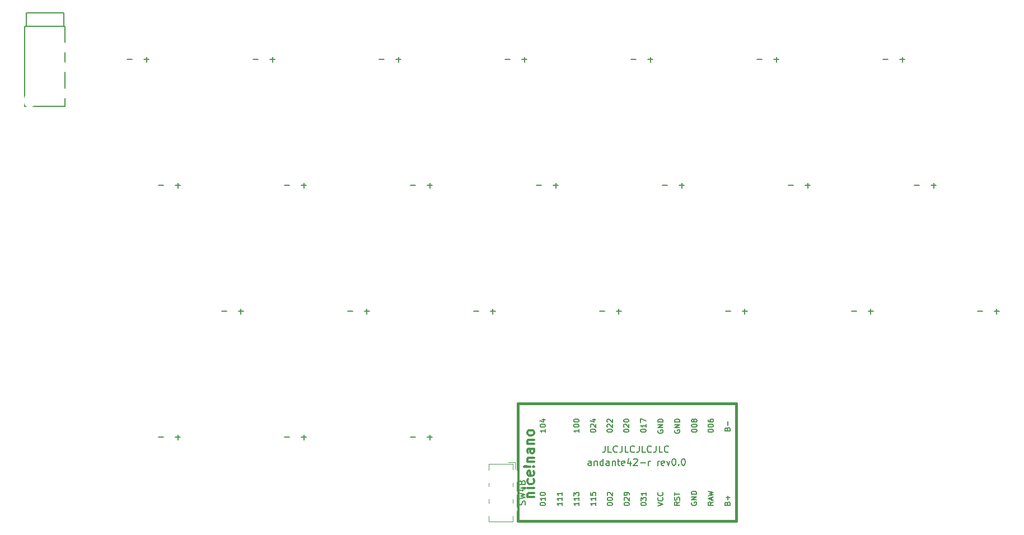
<source format=gto>
G04 #@! TF.GenerationSoftware,KiCad,Pcbnew,(5.1.4)-1*
G04 #@! TF.CreationDate,2021-01-05T09:43:52-08:00*
G04 #@! TF.ProjectId,andante-classic,616e6461-6e74-4652-9d63-6c6173736963,rev?*
G04 #@! TF.SameCoordinates,Original*
G04 #@! TF.FileFunction,Legend,Top*
G04 #@! TF.FilePolarity,Positive*
%FSLAX46Y46*%
G04 Gerber Fmt 4.6, Leading zero omitted, Abs format (unit mm)*
G04 Created by KiCad (PCBNEW (5.1.4)-1) date 2021-01-05 09:43:52*
%MOMM*%
%LPD*%
G04 APERTURE LIST*
%ADD10C,0.150000*%
%ADD11C,0.381000*%
%ADD12C,0.120000*%
%ADD13C,0.300000*%
%ADD14R,2.007000X2.007000*%
%ADD15C,2.007000*%
%ADD16C,0.902000*%
%ADD17C,1.802000*%
%ADD18C,2.102000*%
%ADD19C,1.852000*%
%ADD20C,2.352000*%
%ADD21C,4.089800*%
%ADD22C,2.352000*%
%ADD23O,1.852000X1.302000*%
%ADD24C,0.100000*%
%ADD25C,1.302000*%
%ADD26C,1.854600*%
%ADD27O,1.702000X2.102000*%
%ADD28C,1.702000*%
%ADD29R,1.702000X1.702000*%
G04 APERTURE END LIST*
D10*
X238770067Y-86558380D02*
X238770067Y-86034571D01*
X238722448Y-85939333D01*
X238627210Y-85891714D01*
X238436734Y-85891714D01*
X238341496Y-85939333D01*
X238770067Y-86510761D02*
X238674829Y-86558380D01*
X238436734Y-86558380D01*
X238341496Y-86510761D01*
X238293877Y-86415523D01*
X238293877Y-86320285D01*
X238341496Y-86225047D01*
X238436734Y-86177428D01*
X238674829Y-86177428D01*
X238770067Y-86129809D01*
X239246258Y-85891714D02*
X239246258Y-86558380D01*
X239246258Y-85986952D02*
X239293877Y-85939333D01*
X239389115Y-85891714D01*
X239531972Y-85891714D01*
X239627210Y-85939333D01*
X239674829Y-86034571D01*
X239674829Y-86558380D01*
X240579591Y-86558380D02*
X240579591Y-85558380D01*
X240579591Y-86510761D02*
X240484353Y-86558380D01*
X240293877Y-86558380D01*
X240198639Y-86510761D01*
X240151020Y-86463142D01*
X240103400Y-86367904D01*
X240103400Y-86082190D01*
X240151020Y-85986952D01*
X240198639Y-85939333D01*
X240293877Y-85891714D01*
X240484353Y-85891714D01*
X240579591Y-85939333D01*
X241484353Y-86558380D02*
X241484353Y-86034571D01*
X241436734Y-85939333D01*
X241341496Y-85891714D01*
X241151020Y-85891714D01*
X241055781Y-85939333D01*
X241484353Y-86510761D02*
X241389115Y-86558380D01*
X241151020Y-86558380D01*
X241055781Y-86510761D01*
X241008162Y-86415523D01*
X241008162Y-86320285D01*
X241055781Y-86225047D01*
X241151020Y-86177428D01*
X241389115Y-86177428D01*
X241484353Y-86129809D01*
X241960543Y-85891714D02*
X241960543Y-86558380D01*
X241960543Y-85986952D02*
X242008162Y-85939333D01*
X242103400Y-85891714D01*
X242246258Y-85891714D01*
X242341496Y-85939333D01*
X242389115Y-86034571D01*
X242389115Y-86558380D01*
X242722448Y-85891714D02*
X243103400Y-85891714D01*
X242865305Y-85558380D02*
X242865305Y-86415523D01*
X242912924Y-86510761D01*
X243008162Y-86558380D01*
X243103400Y-86558380D01*
X243817686Y-86510761D02*
X243722448Y-86558380D01*
X243531972Y-86558380D01*
X243436734Y-86510761D01*
X243389115Y-86415523D01*
X243389115Y-86034571D01*
X243436734Y-85939333D01*
X243531972Y-85891714D01*
X243722448Y-85891714D01*
X243817686Y-85939333D01*
X243865305Y-86034571D01*
X243865305Y-86129809D01*
X243389115Y-86225047D01*
X244722448Y-85891714D02*
X244722448Y-86558380D01*
X244484353Y-85510761D02*
X244246258Y-86225047D01*
X244865305Y-86225047D01*
X245198639Y-85653619D02*
X245246258Y-85606000D01*
X245341496Y-85558380D01*
X245579591Y-85558380D01*
X245674829Y-85606000D01*
X245722448Y-85653619D01*
X245770067Y-85748857D01*
X245770067Y-85844095D01*
X245722448Y-85986952D01*
X245151020Y-86558380D01*
X245770067Y-86558380D01*
X246198639Y-86177428D02*
X246960543Y-86177428D01*
X247436734Y-86558380D02*
X247436734Y-85891714D01*
X247436734Y-86082190D02*
X247484353Y-85986952D01*
X247531972Y-85939333D01*
X247627210Y-85891714D01*
X247722448Y-85891714D01*
X248817686Y-86558380D02*
X248817686Y-85891714D01*
X248817686Y-86082190D02*
X248865305Y-85986952D01*
X248912924Y-85939333D01*
X249008162Y-85891714D01*
X249103400Y-85891714D01*
X249817686Y-86510761D02*
X249722448Y-86558380D01*
X249531972Y-86558380D01*
X249436734Y-86510761D01*
X249389115Y-86415523D01*
X249389115Y-86034571D01*
X249436734Y-85939333D01*
X249531972Y-85891714D01*
X249722448Y-85891714D01*
X249817686Y-85939333D01*
X249865305Y-86034571D01*
X249865305Y-86129809D01*
X249389115Y-86225047D01*
X250198639Y-85891714D02*
X250436734Y-86558380D01*
X250674829Y-85891714D01*
X251246258Y-85558380D02*
X251341496Y-85558380D01*
X251436734Y-85606000D01*
X251484353Y-85653619D01*
X251531972Y-85748857D01*
X251579591Y-85939333D01*
X251579591Y-86177428D01*
X251531972Y-86367904D01*
X251484353Y-86463142D01*
X251436734Y-86510761D01*
X251341496Y-86558380D01*
X251246258Y-86558380D01*
X251151020Y-86510761D01*
X251103400Y-86463142D01*
X251055781Y-86367904D01*
X251008162Y-86177428D01*
X251008162Y-85939333D01*
X251055781Y-85748857D01*
X251103400Y-85653619D01*
X251151020Y-85606000D01*
X251246258Y-85558380D01*
X252008162Y-86463142D02*
X252055781Y-86510761D01*
X252008162Y-86558380D01*
X251960543Y-86510761D01*
X252008162Y-86463142D01*
X252008162Y-86558380D01*
X252674829Y-85558380D02*
X252770067Y-85558380D01*
X252865305Y-85606000D01*
X252912924Y-85653619D01*
X252960543Y-85748857D01*
X253008162Y-85939333D01*
X253008162Y-86177428D01*
X252960543Y-86367904D01*
X252912924Y-86463142D01*
X252865305Y-86510761D01*
X252770067Y-86558380D01*
X252674829Y-86558380D01*
X252579591Y-86510761D01*
X252531972Y-86463142D01*
X252484353Y-86367904D01*
X252436734Y-86177428D01*
X252436734Y-85939333D01*
X252484353Y-85748857D01*
X252531972Y-85653619D01*
X252579591Y-85606000D01*
X252674829Y-85558380D01*
X240884652Y-83600040D02*
X240884652Y-84314326D01*
X240837033Y-84457183D01*
X240741795Y-84552421D01*
X240598938Y-84600040D01*
X240503700Y-84600040D01*
X241837033Y-84600040D02*
X241360842Y-84600040D01*
X241360842Y-83600040D01*
X242741795Y-84504802D02*
X242694176Y-84552421D01*
X242551319Y-84600040D01*
X242456080Y-84600040D01*
X242313223Y-84552421D01*
X242217985Y-84457183D01*
X242170366Y-84361945D01*
X242122747Y-84171469D01*
X242122747Y-84028612D01*
X242170366Y-83838136D01*
X242217985Y-83742898D01*
X242313223Y-83647660D01*
X242456080Y-83600040D01*
X242551319Y-83600040D01*
X242694176Y-83647660D01*
X242741795Y-83695279D01*
X243456080Y-83600040D02*
X243456080Y-84314326D01*
X243408461Y-84457183D01*
X243313223Y-84552421D01*
X243170366Y-84600040D01*
X243075128Y-84600040D01*
X244408461Y-84600040D02*
X243932271Y-84600040D01*
X243932271Y-83600040D01*
X245313223Y-84504802D02*
X245265604Y-84552421D01*
X245122747Y-84600040D01*
X245027509Y-84600040D01*
X244884652Y-84552421D01*
X244789414Y-84457183D01*
X244741795Y-84361945D01*
X244694176Y-84171469D01*
X244694176Y-84028612D01*
X244741795Y-83838136D01*
X244789414Y-83742898D01*
X244884652Y-83647660D01*
X245027509Y-83600040D01*
X245122747Y-83600040D01*
X245265604Y-83647660D01*
X245313223Y-83695279D01*
X246027509Y-83600040D02*
X246027509Y-84314326D01*
X245979890Y-84457183D01*
X245884652Y-84552421D01*
X245741795Y-84600040D01*
X245646557Y-84600040D01*
X246979890Y-84600040D02*
X246503700Y-84600040D01*
X246503700Y-83600040D01*
X247884652Y-84504802D02*
X247837033Y-84552421D01*
X247694176Y-84600040D01*
X247598938Y-84600040D01*
X247456080Y-84552421D01*
X247360842Y-84457183D01*
X247313223Y-84361945D01*
X247265604Y-84171469D01*
X247265604Y-84028612D01*
X247313223Y-83838136D01*
X247360842Y-83742898D01*
X247456080Y-83647660D01*
X247598938Y-83600040D01*
X247694176Y-83600040D01*
X247837033Y-83647660D01*
X247884652Y-83695279D01*
X248598938Y-83600040D02*
X248598938Y-84314326D01*
X248551319Y-84457183D01*
X248456080Y-84552421D01*
X248313223Y-84600040D01*
X248217985Y-84600040D01*
X249551319Y-84600040D02*
X249075128Y-84600040D01*
X249075128Y-83600040D01*
X250456080Y-84504802D02*
X250408461Y-84552421D01*
X250265604Y-84600040D01*
X250170366Y-84600040D01*
X250027509Y-84552421D01*
X249932271Y-84457183D01*
X249884652Y-84361945D01*
X249837033Y-84171469D01*
X249837033Y-84028612D01*
X249884652Y-83838136D01*
X249932271Y-83742898D01*
X250027509Y-83647660D01*
X250170366Y-83600040D01*
X250265604Y-83600040D01*
X250408461Y-83647660D01*
X250456080Y-83695279D01*
D11*
X258150000Y-77190000D02*
X227670000Y-77190000D01*
X227670000Y-77190000D02*
X227670000Y-94970000D01*
X227670000Y-94970000D02*
X258150000Y-94970000D01*
X258150000Y-94970000D02*
X260690000Y-94970000D01*
X260690000Y-94970000D02*
X260690000Y-77190000D01*
X260690000Y-77190000D02*
X258150000Y-77190000D01*
D10*
X158990000Y-18110000D02*
X153390000Y-18110000D01*
X153390000Y-20110000D02*
X153390000Y-18110000D01*
X158990000Y-20110000D02*
X158990000Y-18110000D01*
X153140000Y-20110000D02*
X153140000Y-32210000D01*
X159240000Y-20110000D02*
X159240000Y-32210000D01*
X159240000Y-32210000D02*
X153140000Y-32210000D01*
X159240000Y-20110000D02*
X153140000Y-20110000D01*
D12*
X227270000Y-86070000D02*
X227270000Y-87070000D01*
X226270000Y-86070000D02*
X227270000Y-86070000D01*
X223270000Y-86370000D02*
X226970000Y-86370000D01*
X223270000Y-87250000D02*
X223270000Y-86370000D01*
X223270000Y-89750000D02*
X223270000Y-89190000D01*
X223270000Y-92240000D02*
X223270000Y-91690000D01*
X223270000Y-95070000D02*
X223270000Y-94200000D01*
X226970000Y-95070000D02*
X223270000Y-95070000D01*
X226970000Y-94190000D02*
X226970000Y-95070000D01*
X226970000Y-91690000D02*
X226970000Y-92250000D01*
X226970000Y-89220000D02*
X226970000Y-89750000D01*
X226970000Y-86370000D02*
X226970000Y-87220000D01*
D10*
X240045922Y-63246428D02*
X240807827Y-63246428D01*
X242585922Y-63246428D02*
X243347827Y-63246428D01*
X242966875Y-63627380D02*
X242966875Y-62865476D01*
X259095922Y-63246428D02*
X259857827Y-63246428D01*
X261635922Y-63246428D02*
X262397827Y-63246428D01*
X262016875Y-63627380D02*
X262016875Y-62865476D01*
X201945922Y-63246428D02*
X202707827Y-63246428D01*
X204485922Y-63246428D02*
X205247827Y-63246428D01*
X204866875Y-63627380D02*
X204866875Y-62865476D01*
X206708422Y-25146428D02*
X207470327Y-25146428D01*
X209248422Y-25146428D02*
X210010327Y-25146428D01*
X209629375Y-25527380D02*
X209629375Y-24765476D01*
X187658422Y-25146428D02*
X188420327Y-25146428D01*
X190198422Y-25146428D02*
X190960327Y-25146428D01*
X190579375Y-25527380D02*
X190579375Y-24765476D01*
X287670922Y-44196428D02*
X288432827Y-44196428D01*
X290210922Y-44196428D02*
X290972827Y-44196428D01*
X290591875Y-44577380D02*
X290591875Y-43815476D01*
X230520922Y-44196428D02*
X231282827Y-44196428D01*
X233060922Y-44196428D02*
X233822827Y-44196428D01*
X233441875Y-44577380D02*
X233441875Y-43815476D01*
X268620922Y-44196428D02*
X269382827Y-44196428D01*
X271160922Y-44196428D02*
X271922827Y-44196428D01*
X271541875Y-44577380D02*
X271541875Y-43815476D01*
X211470922Y-44196428D02*
X212232827Y-44196428D01*
X214010922Y-44196428D02*
X214772827Y-44196428D01*
X214391875Y-44577380D02*
X214391875Y-43815476D01*
X282908422Y-25146428D02*
X283670327Y-25146428D01*
X285448422Y-25146428D02*
X286210327Y-25146428D01*
X285829375Y-25527380D02*
X285829375Y-24765476D01*
X263858422Y-25146428D02*
X264620327Y-25146428D01*
X266398422Y-25146428D02*
X267160327Y-25146428D01*
X266779375Y-25527380D02*
X266779375Y-24765476D01*
X244808422Y-25146428D02*
X245570327Y-25146428D01*
X247348422Y-25146428D02*
X248110327Y-25146428D01*
X247729375Y-25527380D02*
X247729375Y-24765476D01*
X225758422Y-25146428D02*
X226520327Y-25146428D01*
X228298422Y-25146428D02*
X229060327Y-25146428D01*
X228679375Y-25527380D02*
X228679375Y-24765476D01*
X249570922Y-44196428D02*
X250332827Y-44196428D01*
X252110922Y-44196428D02*
X252872827Y-44196428D01*
X252491875Y-44577380D02*
X252491875Y-43815476D01*
X220995922Y-63246428D02*
X221757827Y-63246428D01*
X223535922Y-63246428D02*
X224297827Y-63246428D01*
X223916875Y-63627380D02*
X223916875Y-62865476D01*
X192420922Y-44196428D02*
X193182827Y-44196428D01*
X194960922Y-44196428D02*
X195722827Y-44196428D01*
X195341875Y-44577380D02*
X195341875Y-43815476D01*
X192420922Y-82296428D02*
X193182827Y-82296428D01*
X194960922Y-82296428D02*
X195722827Y-82296428D01*
X195341875Y-82677380D02*
X195341875Y-81915476D01*
X182895922Y-63246428D02*
X183657827Y-63246428D01*
X185435922Y-63246428D02*
X186197827Y-63246428D01*
X185816875Y-63627380D02*
X185816875Y-62865476D01*
X173370922Y-44196428D02*
X174132827Y-44196428D01*
X175910922Y-44196428D02*
X176672827Y-44196428D01*
X176291875Y-44577380D02*
X176291875Y-43815476D01*
D13*
X229126571Y-91369714D02*
X230126571Y-91369714D01*
X229269428Y-91369714D02*
X229198000Y-91298285D01*
X229126571Y-91155428D01*
X229126571Y-90941142D01*
X229198000Y-90798285D01*
X229340857Y-90726857D01*
X230126571Y-90726857D01*
X230126571Y-90012571D02*
X229126571Y-90012571D01*
X228626571Y-90012571D02*
X228698000Y-90084000D01*
X228769428Y-90012571D01*
X228698000Y-89941142D01*
X228626571Y-90012571D01*
X228769428Y-90012571D01*
X230055142Y-88655428D02*
X230126571Y-88798285D01*
X230126571Y-89084000D01*
X230055142Y-89226857D01*
X229983714Y-89298285D01*
X229840857Y-89369714D01*
X229412285Y-89369714D01*
X229269428Y-89298285D01*
X229198000Y-89226857D01*
X229126571Y-89084000D01*
X229126571Y-88798285D01*
X229198000Y-88655428D01*
X230055142Y-87441142D02*
X230126571Y-87584000D01*
X230126571Y-87869714D01*
X230055142Y-88012571D01*
X229912285Y-88084000D01*
X229340857Y-88084000D01*
X229198000Y-88012571D01*
X229126571Y-87869714D01*
X229126571Y-87584000D01*
X229198000Y-87441142D01*
X229340857Y-87369714D01*
X229483714Y-87369714D01*
X229626571Y-88084000D01*
X229983714Y-86726857D02*
X230055142Y-86655428D01*
X230126571Y-86726857D01*
X230055142Y-86798285D01*
X229983714Y-86726857D01*
X230126571Y-86726857D01*
X229555142Y-86726857D02*
X228698000Y-86798285D01*
X228626571Y-86726857D01*
X228698000Y-86655428D01*
X229555142Y-86726857D01*
X228626571Y-86726857D01*
X229126571Y-86012571D02*
X230126571Y-86012571D01*
X229269428Y-86012571D02*
X229198000Y-85941142D01*
X229126571Y-85798285D01*
X229126571Y-85584000D01*
X229198000Y-85441142D01*
X229340857Y-85369714D01*
X230126571Y-85369714D01*
X230126571Y-84012571D02*
X229340857Y-84012571D01*
X229198000Y-84084000D01*
X229126571Y-84226857D01*
X229126571Y-84512571D01*
X229198000Y-84655428D01*
X230055142Y-84012571D02*
X230126571Y-84155428D01*
X230126571Y-84512571D01*
X230055142Y-84655428D01*
X229912285Y-84726857D01*
X229769428Y-84726857D01*
X229626571Y-84655428D01*
X229555142Y-84512571D01*
X229555142Y-84155428D01*
X229483714Y-84012571D01*
X229126571Y-83298285D02*
X230126571Y-83298285D01*
X229269428Y-83298285D02*
X229198000Y-83226857D01*
X229126571Y-83084000D01*
X229126571Y-82869714D01*
X229198000Y-82726857D01*
X229340857Y-82655428D01*
X230126571Y-82655428D01*
X230126571Y-81726857D02*
X230055142Y-81869714D01*
X229983714Y-81941142D01*
X229840857Y-82012571D01*
X229412285Y-82012571D01*
X229269428Y-81941142D01*
X229198000Y-81869714D01*
X229126571Y-81726857D01*
X229126571Y-81512571D01*
X229198000Y-81369714D01*
X229269428Y-81298285D01*
X229412285Y-81226857D01*
X229840857Y-81226857D01*
X229983714Y-81298285D01*
X230055142Y-81369714D01*
X230126571Y-81512571D01*
X230126571Y-81726857D01*
D10*
X231041904Y-92417191D02*
X231041904Y-92341000D01*
X231080000Y-92264810D01*
X231118095Y-92226714D01*
X231194285Y-92188619D01*
X231346666Y-92150524D01*
X231537142Y-92150524D01*
X231689523Y-92188619D01*
X231765714Y-92226714D01*
X231803809Y-92264810D01*
X231841904Y-92341000D01*
X231841904Y-92417191D01*
X231803809Y-92493381D01*
X231765714Y-92531476D01*
X231689523Y-92569571D01*
X231537142Y-92607667D01*
X231346666Y-92607667D01*
X231194285Y-92569571D01*
X231118095Y-92531476D01*
X231080000Y-92493381D01*
X231041904Y-92417191D01*
X231841904Y-91388619D02*
X231841904Y-91845762D01*
X231841904Y-91617191D02*
X231041904Y-91617191D01*
X231156190Y-91693381D01*
X231232380Y-91769571D01*
X231270476Y-91845762D01*
X231041904Y-90893381D02*
X231041904Y-90817191D01*
X231080000Y-90741000D01*
X231118095Y-90702905D01*
X231194285Y-90664810D01*
X231346666Y-90626714D01*
X231537142Y-90626714D01*
X231689523Y-90664810D01*
X231765714Y-90702905D01*
X231803809Y-90741000D01*
X231841904Y-90817191D01*
X231841904Y-90893381D01*
X231803809Y-90969571D01*
X231765714Y-91007667D01*
X231689523Y-91045762D01*
X231537142Y-91083857D01*
X231346666Y-91083857D01*
X231194285Y-91045762D01*
X231118095Y-91007667D01*
X231080000Y-90969571D01*
X231041904Y-90893381D01*
X239461904Y-92150524D02*
X239461904Y-92607667D01*
X239461904Y-92379095D02*
X238661904Y-92379095D01*
X238776190Y-92455286D01*
X238852380Y-92531476D01*
X238890476Y-92607667D01*
X239461904Y-91388619D02*
X239461904Y-91845762D01*
X239461904Y-91617191D02*
X238661904Y-91617191D01*
X238776190Y-91693381D01*
X238852380Y-91769571D01*
X238890476Y-91845762D01*
X238661904Y-90664810D02*
X238661904Y-91045762D01*
X239042857Y-91083857D01*
X239004761Y-91045762D01*
X238966666Y-90969571D01*
X238966666Y-90779095D01*
X239004761Y-90702905D01*
X239042857Y-90664810D01*
X239119047Y-90626714D01*
X239309523Y-90626714D01*
X239385714Y-90664810D01*
X239423809Y-90702905D01*
X239461904Y-90779095D01*
X239461904Y-90969571D01*
X239423809Y-91045762D01*
X239385714Y-91083857D01*
X241201904Y-92417191D02*
X241201904Y-92341000D01*
X241240000Y-92264810D01*
X241278095Y-92226714D01*
X241354285Y-92188619D01*
X241506666Y-92150524D01*
X241697142Y-92150524D01*
X241849523Y-92188619D01*
X241925714Y-92226714D01*
X241963809Y-92264810D01*
X242001904Y-92341000D01*
X242001904Y-92417191D01*
X241963809Y-92493381D01*
X241925714Y-92531476D01*
X241849523Y-92569571D01*
X241697142Y-92607667D01*
X241506666Y-92607667D01*
X241354285Y-92569571D01*
X241278095Y-92531476D01*
X241240000Y-92493381D01*
X241201904Y-92417191D01*
X241201904Y-91655286D02*
X241201904Y-91579095D01*
X241240000Y-91502905D01*
X241278095Y-91464810D01*
X241354285Y-91426714D01*
X241506666Y-91388619D01*
X241697142Y-91388619D01*
X241849523Y-91426714D01*
X241925714Y-91464810D01*
X241963809Y-91502905D01*
X242001904Y-91579095D01*
X242001904Y-91655286D01*
X241963809Y-91731476D01*
X241925714Y-91769571D01*
X241849523Y-91807667D01*
X241697142Y-91845762D01*
X241506666Y-91845762D01*
X241354285Y-91807667D01*
X241278095Y-91769571D01*
X241240000Y-91731476D01*
X241201904Y-91655286D01*
X241278095Y-91083857D02*
X241240000Y-91045762D01*
X241201904Y-90969571D01*
X241201904Y-90779095D01*
X241240000Y-90702905D01*
X241278095Y-90664810D01*
X241354285Y-90626714D01*
X241430476Y-90626714D01*
X241544761Y-90664810D01*
X242001904Y-91121952D01*
X242001904Y-90626714D01*
X243741904Y-92417191D02*
X243741904Y-92341000D01*
X243780000Y-92264810D01*
X243818095Y-92226714D01*
X243894285Y-92188619D01*
X244046666Y-92150524D01*
X244237142Y-92150524D01*
X244389523Y-92188619D01*
X244465714Y-92226714D01*
X244503809Y-92264810D01*
X244541904Y-92341000D01*
X244541904Y-92417191D01*
X244503809Y-92493381D01*
X244465714Y-92531476D01*
X244389523Y-92569571D01*
X244237142Y-92607667D01*
X244046666Y-92607667D01*
X243894285Y-92569571D01*
X243818095Y-92531476D01*
X243780000Y-92493381D01*
X243741904Y-92417191D01*
X243818095Y-91845762D02*
X243780000Y-91807667D01*
X243741904Y-91731476D01*
X243741904Y-91541000D01*
X243780000Y-91464810D01*
X243818095Y-91426714D01*
X243894285Y-91388619D01*
X243970476Y-91388619D01*
X244084761Y-91426714D01*
X244541904Y-91883857D01*
X244541904Y-91388619D01*
X244541904Y-91007667D02*
X244541904Y-90855286D01*
X244503809Y-90779095D01*
X244465714Y-90741000D01*
X244351428Y-90664810D01*
X244199047Y-90626714D01*
X243894285Y-90626714D01*
X243818095Y-90664810D01*
X243780000Y-90702905D01*
X243741904Y-90779095D01*
X243741904Y-90931476D01*
X243780000Y-91007667D01*
X243818095Y-91045762D01*
X243894285Y-91083857D01*
X244084761Y-91083857D01*
X244160952Y-91045762D01*
X244199047Y-91007667D01*
X244237142Y-90931476D01*
X244237142Y-90779095D01*
X244199047Y-90702905D01*
X244160952Y-90664810D01*
X244084761Y-90626714D01*
X257241904Y-92106095D02*
X256860952Y-92372762D01*
X257241904Y-92563238D02*
X256441904Y-92563238D01*
X256441904Y-92258476D01*
X256480000Y-92182286D01*
X256518095Y-92144191D01*
X256594285Y-92106095D01*
X256708571Y-92106095D01*
X256784761Y-92144191D01*
X256822857Y-92182286D01*
X256860952Y-92258476D01*
X256860952Y-92563238D01*
X257013333Y-91801334D02*
X257013333Y-91420381D01*
X257241904Y-91877524D02*
X256441904Y-91610857D01*
X257241904Y-91344191D01*
X256441904Y-91153715D02*
X257241904Y-90963238D01*
X256670476Y-90810857D01*
X257241904Y-90658476D01*
X256441904Y-90468000D01*
X253940000Y-92144190D02*
X253901904Y-92220381D01*
X253901904Y-92334667D01*
X253940000Y-92448952D01*
X254016190Y-92525143D01*
X254092380Y-92563238D01*
X254244761Y-92601333D01*
X254359047Y-92601333D01*
X254511428Y-92563238D01*
X254587619Y-92525143D01*
X254663809Y-92448952D01*
X254701904Y-92334667D01*
X254701904Y-92258476D01*
X254663809Y-92144190D01*
X254625714Y-92106095D01*
X254359047Y-92106095D01*
X254359047Y-92258476D01*
X254701904Y-91763238D02*
X253901904Y-91763238D01*
X254701904Y-91306095D01*
X253901904Y-91306095D01*
X254701904Y-90925143D02*
X253901904Y-90925143D01*
X253901904Y-90734667D01*
X253940000Y-90620381D01*
X254016190Y-90544190D01*
X254092380Y-90506095D01*
X254244761Y-90468000D01*
X254359047Y-90468000D01*
X254511428Y-90506095D01*
X254587619Y-90544190D01*
X254663809Y-90620381D01*
X254701904Y-90734667D01*
X254701904Y-90925143D01*
X252161904Y-92106095D02*
X251780952Y-92372761D01*
X252161904Y-92563238D02*
X251361904Y-92563238D01*
X251361904Y-92258476D01*
X251400000Y-92182285D01*
X251438095Y-92144190D01*
X251514285Y-92106095D01*
X251628571Y-92106095D01*
X251704761Y-92144190D01*
X251742857Y-92182285D01*
X251780952Y-92258476D01*
X251780952Y-92563238D01*
X252123809Y-91801333D02*
X252161904Y-91687047D01*
X252161904Y-91496571D01*
X252123809Y-91420380D01*
X252085714Y-91382285D01*
X252009523Y-91344190D01*
X251933333Y-91344190D01*
X251857142Y-91382285D01*
X251819047Y-91420380D01*
X251780952Y-91496571D01*
X251742857Y-91648952D01*
X251704761Y-91725142D01*
X251666666Y-91763238D01*
X251590476Y-91801333D01*
X251514285Y-91801333D01*
X251438095Y-91763238D01*
X251400000Y-91725142D01*
X251361904Y-91648952D01*
X251361904Y-91458476D01*
X251400000Y-91344190D01*
X251361904Y-91115619D02*
X251361904Y-90658476D01*
X252161904Y-90887047D02*
X251361904Y-90887047D01*
X248821904Y-92683857D02*
X249621904Y-92417191D01*
X248821904Y-92150524D01*
X249545714Y-91426714D02*
X249583809Y-91464810D01*
X249621904Y-91579095D01*
X249621904Y-91655286D01*
X249583809Y-91769571D01*
X249507619Y-91845762D01*
X249431428Y-91883857D01*
X249279047Y-91921952D01*
X249164761Y-91921952D01*
X249012380Y-91883857D01*
X248936190Y-91845762D01*
X248860000Y-91769571D01*
X248821904Y-91655286D01*
X248821904Y-91579095D01*
X248860000Y-91464810D01*
X248898095Y-91426714D01*
X249545714Y-90626714D02*
X249583809Y-90664810D01*
X249621904Y-90779095D01*
X249621904Y-90855286D01*
X249583809Y-90969571D01*
X249507619Y-91045762D01*
X249431428Y-91083857D01*
X249279047Y-91121952D01*
X249164761Y-91121952D01*
X249012380Y-91083857D01*
X248936190Y-91045762D01*
X248860000Y-90969571D01*
X248821904Y-90855286D01*
X248821904Y-90779095D01*
X248860000Y-90664810D01*
X248898095Y-90626714D01*
X246281904Y-92417191D02*
X246281904Y-92341000D01*
X246320000Y-92264810D01*
X246358095Y-92226714D01*
X246434285Y-92188619D01*
X246586666Y-92150524D01*
X246777142Y-92150524D01*
X246929523Y-92188619D01*
X247005714Y-92226714D01*
X247043809Y-92264810D01*
X247081904Y-92341000D01*
X247081904Y-92417191D01*
X247043809Y-92493381D01*
X247005714Y-92531476D01*
X246929523Y-92569571D01*
X246777142Y-92607667D01*
X246586666Y-92607667D01*
X246434285Y-92569571D01*
X246358095Y-92531476D01*
X246320000Y-92493381D01*
X246281904Y-92417191D01*
X246281904Y-91883857D02*
X246281904Y-91388619D01*
X246586666Y-91655286D01*
X246586666Y-91541000D01*
X246624761Y-91464810D01*
X246662857Y-91426714D01*
X246739047Y-91388619D01*
X246929523Y-91388619D01*
X247005714Y-91426714D01*
X247043809Y-91464810D01*
X247081904Y-91541000D01*
X247081904Y-91769571D01*
X247043809Y-91845762D01*
X247005714Y-91883857D01*
X247081904Y-90626714D02*
X247081904Y-91083857D01*
X247081904Y-90855286D02*
X246281904Y-90855286D01*
X246396190Y-90931476D01*
X246472380Y-91007667D01*
X246510476Y-91083857D01*
X236921904Y-92150524D02*
X236921904Y-92607667D01*
X236921904Y-92379095D02*
X236121904Y-92379095D01*
X236236190Y-92455286D01*
X236312380Y-92531476D01*
X236350476Y-92607667D01*
X236921904Y-91388619D02*
X236921904Y-91845762D01*
X236921904Y-91617191D02*
X236121904Y-91617191D01*
X236236190Y-91693381D01*
X236312380Y-91769571D01*
X236350476Y-91845762D01*
X236121904Y-91121952D02*
X236121904Y-90626714D01*
X236426666Y-90893381D01*
X236426666Y-90779095D01*
X236464761Y-90702905D01*
X236502857Y-90664810D01*
X236579047Y-90626714D01*
X236769523Y-90626714D01*
X236845714Y-90664810D01*
X236883809Y-90702905D01*
X236921904Y-90779095D01*
X236921904Y-91007667D01*
X236883809Y-91083857D01*
X236845714Y-91121952D01*
X234381904Y-92150524D02*
X234381904Y-92607667D01*
X234381904Y-92379095D02*
X233581904Y-92379095D01*
X233696190Y-92455286D01*
X233772380Y-92531476D01*
X233810476Y-92607667D01*
X234381904Y-91388619D02*
X234381904Y-91845762D01*
X234381904Y-91617191D02*
X233581904Y-91617191D01*
X233696190Y-91693381D01*
X233772380Y-91769571D01*
X233810476Y-91845762D01*
X234381904Y-90626714D02*
X234381904Y-91083857D01*
X234381904Y-90855286D02*
X233581904Y-90855286D01*
X233696190Y-90931476D01*
X233772380Y-91007667D01*
X233810476Y-91083857D01*
X231841904Y-81076143D02*
X231841904Y-81533286D01*
X231841904Y-81304714D02*
X231041904Y-81304714D01*
X231156190Y-81380905D01*
X231232380Y-81457095D01*
X231270476Y-81533286D01*
X231041904Y-80580905D02*
X231041904Y-80504714D01*
X231080000Y-80428524D01*
X231118095Y-80390429D01*
X231194285Y-80352333D01*
X231346666Y-80314238D01*
X231537142Y-80314238D01*
X231689523Y-80352333D01*
X231765714Y-80390429D01*
X231803809Y-80428524D01*
X231841904Y-80504714D01*
X231841904Y-80580905D01*
X231803809Y-80657095D01*
X231765714Y-80695190D01*
X231689523Y-80733286D01*
X231537142Y-80771381D01*
X231346666Y-80771381D01*
X231194285Y-80733286D01*
X231118095Y-80695190D01*
X231080000Y-80657095D01*
X231041904Y-80580905D01*
X231308571Y-79628524D02*
X231841904Y-79628524D01*
X231003809Y-79819000D02*
X231575238Y-80009476D01*
X231575238Y-79514238D01*
X236921904Y-81076143D02*
X236921904Y-81533286D01*
X236921904Y-81304714D02*
X236121904Y-81304714D01*
X236236190Y-81380905D01*
X236312380Y-81457095D01*
X236350476Y-81533286D01*
X236121904Y-80580905D02*
X236121904Y-80504714D01*
X236160000Y-80428524D01*
X236198095Y-80390429D01*
X236274285Y-80352333D01*
X236426666Y-80314238D01*
X236617142Y-80314238D01*
X236769523Y-80352333D01*
X236845714Y-80390429D01*
X236883809Y-80428524D01*
X236921904Y-80504714D01*
X236921904Y-80580905D01*
X236883809Y-80657095D01*
X236845714Y-80695190D01*
X236769523Y-80733286D01*
X236617142Y-80771381D01*
X236426666Y-80771381D01*
X236274285Y-80733286D01*
X236198095Y-80695190D01*
X236160000Y-80657095D01*
X236121904Y-80580905D01*
X236121904Y-79819000D02*
X236121904Y-79742810D01*
X236160000Y-79666619D01*
X236198095Y-79628524D01*
X236274285Y-79590429D01*
X236426666Y-79552333D01*
X236617142Y-79552333D01*
X236769523Y-79590429D01*
X236845714Y-79628524D01*
X236883809Y-79666619D01*
X236921904Y-79742810D01*
X236921904Y-79819000D01*
X236883809Y-79895190D01*
X236845714Y-79933286D01*
X236769523Y-79971381D01*
X236617142Y-80009476D01*
X236426666Y-80009476D01*
X236274285Y-79971381D01*
X236198095Y-79933286D01*
X236160000Y-79895190D01*
X236121904Y-79819000D01*
X238661904Y-81342810D02*
X238661904Y-81266619D01*
X238700000Y-81190429D01*
X238738095Y-81152333D01*
X238814285Y-81114238D01*
X238966666Y-81076143D01*
X239157142Y-81076143D01*
X239309523Y-81114238D01*
X239385714Y-81152333D01*
X239423809Y-81190429D01*
X239461904Y-81266619D01*
X239461904Y-81342810D01*
X239423809Y-81419000D01*
X239385714Y-81457095D01*
X239309523Y-81495190D01*
X239157142Y-81533286D01*
X238966666Y-81533286D01*
X238814285Y-81495190D01*
X238738095Y-81457095D01*
X238700000Y-81419000D01*
X238661904Y-81342810D01*
X238738095Y-80771381D02*
X238700000Y-80733286D01*
X238661904Y-80657095D01*
X238661904Y-80466619D01*
X238700000Y-80390429D01*
X238738095Y-80352333D01*
X238814285Y-80314238D01*
X238890476Y-80314238D01*
X239004761Y-80352333D01*
X239461904Y-80809476D01*
X239461904Y-80314238D01*
X238928571Y-79628524D02*
X239461904Y-79628524D01*
X238623809Y-79819000D02*
X239195238Y-80009476D01*
X239195238Y-79514238D01*
X241171904Y-81342810D02*
X241171904Y-81266619D01*
X241210000Y-81190429D01*
X241248095Y-81152333D01*
X241324285Y-81114238D01*
X241476666Y-81076143D01*
X241667142Y-81076143D01*
X241819523Y-81114238D01*
X241895714Y-81152333D01*
X241933809Y-81190429D01*
X241971904Y-81266619D01*
X241971904Y-81342810D01*
X241933809Y-81419000D01*
X241895714Y-81457095D01*
X241819523Y-81495190D01*
X241667142Y-81533286D01*
X241476666Y-81533286D01*
X241324285Y-81495190D01*
X241248095Y-81457095D01*
X241210000Y-81419000D01*
X241171904Y-81342810D01*
X241248095Y-80771381D02*
X241210000Y-80733286D01*
X241171904Y-80657095D01*
X241171904Y-80466619D01*
X241210000Y-80390429D01*
X241248095Y-80352333D01*
X241324285Y-80314238D01*
X241400476Y-80314238D01*
X241514761Y-80352333D01*
X241971904Y-80809476D01*
X241971904Y-80314238D01*
X241248095Y-80009476D02*
X241210000Y-79971381D01*
X241171904Y-79895190D01*
X241171904Y-79704714D01*
X241210000Y-79628524D01*
X241248095Y-79590429D01*
X241324285Y-79552333D01*
X241400476Y-79552333D01*
X241514761Y-79590429D01*
X241971904Y-80047571D01*
X241971904Y-79552333D01*
X251400000Y-81228523D02*
X251361904Y-81304714D01*
X251361904Y-81419000D01*
X251400000Y-81533285D01*
X251476190Y-81609476D01*
X251552380Y-81647571D01*
X251704761Y-81685666D01*
X251819047Y-81685666D01*
X251971428Y-81647571D01*
X252047619Y-81609476D01*
X252123809Y-81533285D01*
X252161904Y-81419000D01*
X252161904Y-81342809D01*
X252123809Y-81228523D01*
X252085714Y-81190428D01*
X251819047Y-81190428D01*
X251819047Y-81342809D01*
X252161904Y-80847571D02*
X251361904Y-80847571D01*
X252161904Y-80390428D01*
X251361904Y-80390428D01*
X252161904Y-80009476D02*
X251361904Y-80009476D01*
X251361904Y-79819000D01*
X251400000Y-79704714D01*
X251476190Y-79628523D01*
X251552380Y-79590428D01*
X251704761Y-79552333D01*
X251819047Y-79552333D01*
X251971428Y-79590428D01*
X252047619Y-79628523D01*
X252123809Y-79704714D01*
X252161904Y-79819000D01*
X252161904Y-80009476D01*
X248860000Y-81228523D02*
X248821904Y-81304714D01*
X248821904Y-81419000D01*
X248860000Y-81533285D01*
X248936190Y-81609476D01*
X249012380Y-81647571D01*
X249164761Y-81685666D01*
X249279047Y-81685666D01*
X249431428Y-81647571D01*
X249507619Y-81609476D01*
X249583809Y-81533285D01*
X249621904Y-81419000D01*
X249621904Y-81342809D01*
X249583809Y-81228523D01*
X249545714Y-81190428D01*
X249279047Y-81190428D01*
X249279047Y-81342809D01*
X249621904Y-80847571D02*
X248821904Y-80847571D01*
X249621904Y-80390428D01*
X248821904Y-80390428D01*
X249621904Y-80009476D02*
X248821904Y-80009476D01*
X248821904Y-79819000D01*
X248860000Y-79704714D01*
X248936190Y-79628523D01*
X249012380Y-79590428D01*
X249164761Y-79552333D01*
X249279047Y-79552333D01*
X249431428Y-79590428D01*
X249507619Y-79628523D01*
X249583809Y-79704714D01*
X249621904Y-79819000D01*
X249621904Y-80009476D01*
X246271904Y-81342810D02*
X246271904Y-81266619D01*
X246310000Y-81190429D01*
X246348095Y-81152333D01*
X246424285Y-81114238D01*
X246576666Y-81076143D01*
X246767142Y-81076143D01*
X246919523Y-81114238D01*
X246995714Y-81152333D01*
X247033809Y-81190429D01*
X247071904Y-81266619D01*
X247071904Y-81342810D01*
X247033809Y-81419000D01*
X246995714Y-81457095D01*
X246919523Y-81495190D01*
X246767142Y-81533286D01*
X246576666Y-81533286D01*
X246424285Y-81495190D01*
X246348095Y-81457095D01*
X246310000Y-81419000D01*
X246271904Y-81342810D01*
X247071904Y-80314238D02*
X247071904Y-80771381D01*
X247071904Y-80542810D02*
X246271904Y-80542810D01*
X246386190Y-80619000D01*
X246462380Y-80695190D01*
X246500476Y-80771381D01*
X246271904Y-80047571D02*
X246271904Y-79514238D01*
X247071904Y-79857095D01*
X243671904Y-81342810D02*
X243671904Y-81266619D01*
X243710000Y-81190429D01*
X243748095Y-81152333D01*
X243824285Y-81114238D01*
X243976666Y-81076143D01*
X244167142Y-81076143D01*
X244319523Y-81114238D01*
X244395714Y-81152333D01*
X244433809Y-81190429D01*
X244471904Y-81266619D01*
X244471904Y-81342810D01*
X244433809Y-81419000D01*
X244395714Y-81457095D01*
X244319523Y-81495190D01*
X244167142Y-81533286D01*
X243976666Y-81533286D01*
X243824285Y-81495190D01*
X243748095Y-81457095D01*
X243710000Y-81419000D01*
X243671904Y-81342810D01*
X243748095Y-80771381D02*
X243710000Y-80733286D01*
X243671904Y-80657095D01*
X243671904Y-80466619D01*
X243710000Y-80390429D01*
X243748095Y-80352333D01*
X243824285Y-80314238D01*
X243900476Y-80314238D01*
X244014761Y-80352333D01*
X244471904Y-80809476D01*
X244471904Y-80314238D01*
X243671904Y-79819000D02*
X243671904Y-79742810D01*
X243710000Y-79666619D01*
X243748095Y-79628524D01*
X243824285Y-79590429D01*
X243976666Y-79552333D01*
X244167142Y-79552333D01*
X244319523Y-79590429D01*
X244395714Y-79628524D01*
X244433809Y-79666619D01*
X244471904Y-79742810D01*
X244471904Y-79819000D01*
X244433809Y-79895190D01*
X244395714Y-79933286D01*
X244319523Y-79971381D01*
X244167142Y-80009476D01*
X243976666Y-80009476D01*
X243824285Y-79971381D01*
X243748095Y-79933286D01*
X243710000Y-79895190D01*
X243671904Y-79819000D01*
X253971904Y-81342810D02*
X253971904Y-81266619D01*
X254010000Y-81190429D01*
X254048095Y-81152333D01*
X254124285Y-81114238D01*
X254276666Y-81076143D01*
X254467142Y-81076143D01*
X254619523Y-81114238D01*
X254695714Y-81152333D01*
X254733809Y-81190429D01*
X254771904Y-81266619D01*
X254771904Y-81342810D01*
X254733809Y-81419000D01*
X254695714Y-81457095D01*
X254619523Y-81495190D01*
X254467142Y-81533286D01*
X254276666Y-81533286D01*
X254124285Y-81495190D01*
X254048095Y-81457095D01*
X254010000Y-81419000D01*
X253971904Y-81342810D01*
X253971904Y-80580905D02*
X253971904Y-80504714D01*
X254010000Y-80428524D01*
X254048095Y-80390429D01*
X254124285Y-80352333D01*
X254276666Y-80314238D01*
X254467142Y-80314238D01*
X254619523Y-80352333D01*
X254695714Y-80390429D01*
X254733809Y-80428524D01*
X254771904Y-80504714D01*
X254771904Y-80580905D01*
X254733809Y-80657095D01*
X254695714Y-80695190D01*
X254619523Y-80733286D01*
X254467142Y-80771381D01*
X254276666Y-80771381D01*
X254124285Y-80733286D01*
X254048095Y-80695190D01*
X254010000Y-80657095D01*
X253971904Y-80580905D01*
X254314761Y-79857095D02*
X254276666Y-79933286D01*
X254238571Y-79971381D01*
X254162380Y-80009476D01*
X254124285Y-80009476D01*
X254048095Y-79971381D01*
X254010000Y-79933286D01*
X253971904Y-79857095D01*
X253971904Y-79704714D01*
X254010000Y-79628524D01*
X254048095Y-79590429D01*
X254124285Y-79552333D01*
X254162380Y-79552333D01*
X254238571Y-79590429D01*
X254276666Y-79628524D01*
X254314761Y-79704714D01*
X254314761Y-79857095D01*
X254352857Y-79933286D01*
X254390952Y-79971381D01*
X254467142Y-80009476D01*
X254619523Y-80009476D01*
X254695714Y-79971381D01*
X254733809Y-79933286D01*
X254771904Y-79857095D01*
X254771904Y-79704714D01*
X254733809Y-79628524D01*
X254695714Y-79590429D01*
X254619523Y-79552333D01*
X254467142Y-79552333D01*
X254390952Y-79590429D01*
X254352857Y-79628524D01*
X254314761Y-79704714D01*
X256441904Y-81342810D02*
X256441904Y-81266619D01*
X256480000Y-81190429D01*
X256518095Y-81152333D01*
X256594285Y-81114238D01*
X256746666Y-81076143D01*
X256937142Y-81076143D01*
X257089523Y-81114238D01*
X257165714Y-81152333D01*
X257203809Y-81190429D01*
X257241904Y-81266619D01*
X257241904Y-81342810D01*
X257203809Y-81419000D01*
X257165714Y-81457095D01*
X257089523Y-81495190D01*
X256937142Y-81533286D01*
X256746666Y-81533286D01*
X256594285Y-81495190D01*
X256518095Y-81457095D01*
X256480000Y-81419000D01*
X256441904Y-81342810D01*
X256441904Y-80580905D02*
X256441904Y-80504714D01*
X256480000Y-80428524D01*
X256518095Y-80390429D01*
X256594285Y-80352333D01*
X256746666Y-80314238D01*
X256937142Y-80314238D01*
X257089523Y-80352333D01*
X257165714Y-80390429D01*
X257203809Y-80428524D01*
X257241904Y-80504714D01*
X257241904Y-80580905D01*
X257203809Y-80657095D01*
X257165714Y-80695190D01*
X257089523Y-80733286D01*
X256937142Y-80771381D01*
X256746666Y-80771381D01*
X256594285Y-80733286D01*
X256518095Y-80695190D01*
X256480000Y-80657095D01*
X256441904Y-80580905D01*
X256441904Y-79628524D02*
X256441904Y-79780905D01*
X256480000Y-79857095D01*
X256518095Y-79895190D01*
X256632380Y-79971381D01*
X256784761Y-80009476D01*
X257089523Y-80009476D01*
X257165714Y-79971381D01*
X257203809Y-79933286D01*
X257241904Y-79857095D01*
X257241904Y-79704714D01*
X257203809Y-79628524D01*
X257165714Y-79590429D01*
X257089523Y-79552333D01*
X256899047Y-79552333D01*
X256822857Y-79590429D01*
X256784761Y-79628524D01*
X256746666Y-79704714D01*
X256746666Y-79857095D01*
X256784761Y-79933286D01*
X256822857Y-79971381D01*
X256899047Y-80009476D01*
X259362857Y-81057095D02*
X259400952Y-80942809D01*
X259439047Y-80904714D01*
X259515238Y-80866619D01*
X259629523Y-80866619D01*
X259705714Y-80904714D01*
X259743809Y-80942809D01*
X259781904Y-81019000D01*
X259781904Y-81323761D01*
X258981904Y-81323761D01*
X258981904Y-81057095D01*
X259020000Y-80980904D01*
X259058095Y-80942809D01*
X259134285Y-80904714D01*
X259210476Y-80904714D01*
X259286666Y-80942809D01*
X259324761Y-80980904D01*
X259362857Y-81057095D01*
X259362857Y-81323761D01*
X259477142Y-80523761D02*
X259477142Y-79914238D01*
X259362857Y-92296572D02*
X259400952Y-92182286D01*
X259439047Y-92144191D01*
X259515238Y-92106096D01*
X259629523Y-92106096D01*
X259705714Y-92144191D01*
X259743809Y-92182286D01*
X259781904Y-92258477D01*
X259781904Y-92563238D01*
X258981904Y-92563238D01*
X258981904Y-92296572D01*
X259020000Y-92220381D01*
X259058095Y-92182286D01*
X259134285Y-92144191D01*
X259210476Y-92144191D01*
X259286666Y-92182286D01*
X259324761Y-92220381D01*
X259362857Y-92296572D01*
X259362857Y-92563238D01*
X259477142Y-91763238D02*
X259477142Y-91153715D01*
X259781904Y-91458477D02*
X259172380Y-91458477D01*
X168608422Y-25146428D02*
X169370327Y-25146428D01*
X171148422Y-25146428D02*
X171910327Y-25146428D01*
X171529375Y-25527380D02*
X171529375Y-24765476D01*
X173370922Y-82296428D02*
X174132827Y-82296428D01*
X175910922Y-82296428D02*
X176672827Y-82296428D01*
X176291875Y-82677380D02*
X176291875Y-81915476D01*
X228774761Y-92529523D02*
X228822380Y-92386666D01*
X228822380Y-92148571D01*
X228774761Y-92053333D01*
X228727142Y-92005714D01*
X228631904Y-91958095D01*
X228536666Y-91958095D01*
X228441428Y-92005714D01*
X228393809Y-92053333D01*
X228346190Y-92148571D01*
X228298571Y-92339047D01*
X228250952Y-92434285D01*
X228203333Y-92481904D01*
X228108095Y-92529523D01*
X228012857Y-92529523D01*
X227917619Y-92481904D01*
X227870000Y-92434285D01*
X227822380Y-92339047D01*
X227822380Y-92100952D01*
X227870000Y-91958095D01*
X227822380Y-91624761D02*
X228822380Y-91386666D01*
X228108095Y-91196190D01*
X228822380Y-91005714D01*
X227822380Y-90767619D01*
X228155714Y-89958095D02*
X228822380Y-89958095D01*
X227774761Y-90196190D02*
X228489047Y-90434285D01*
X228489047Y-89815238D01*
X228250952Y-89291428D02*
X228203333Y-89386666D01*
X228155714Y-89434285D01*
X228060476Y-89481904D01*
X228012857Y-89481904D01*
X227917619Y-89434285D01*
X227870000Y-89386666D01*
X227822380Y-89291428D01*
X227822380Y-89100952D01*
X227870000Y-89005714D01*
X227917619Y-88958095D01*
X228012857Y-88910476D01*
X228060476Y-88910476D01*
X228155714Y-88958095D01*
X228203333Y-89005714D01*
X228250952Y-89100952D01*
X228250952Y-89291428D01*
X228298571Y-89386666D01*
X228346190Y-89434285D01*
X228441428Y-89481904D01*
X228631904Y-89481904D01*
X228727142Y-89434285D01*
X228774761Y-89386666D01*
X228822380Y-89291428D01*
X228822380Y-89100952D01*
X228774761Y-89005714D01*
X228727142Y-88958095D01*
X228631904Y-88910476D01*
X228441428Y-88910476D01*
X228346190Y-88958095D01*
X228298571Y-89005714D01*
X228250952Y-89100952D01*
X211470922Y-82296428D02*
X212232827Y-82296428D01*
X214010922Y-82296428D02*
X214772827Y-82296428D01*
X214391875Y-82677380D02*
X214391875Y-81915476D01*
X297195922Y-63246428D02*
X297957827Y-63246428D01*
X299735922Y-63246428D02*
X300497827Y-63246428D01*
X300116875Y-63627380D02*
X300116875Y-62865476D01*
X278145922Y-63246428D02*
X278907827Y-63246428D01*
X280685922Y-63246428D02*
X281447827Y-63246428D01*
X281066875Y-63627380D02*
X281066875Y-62865476D01*
%LPC*%
D14*
X240426875Y-61595000D03*
D15*
X242966875Y-61595000D03*
D16*
X246916875Y-62475000D03*
D17*
X236196875Y-66675000D03*
X247196875Y-66675000D03*
D18*
X241696875Y-72575000D03*
X236696875Y-70475000D03*
D19*
X236616875Y-66675000D03*
X246776875Y-66675000D03*
D20*
X244196875Y-70675000D03*
D21*
X241696875Y-66675000D03*
D20*
X244851880Y-69945004D03*
D22*
X245506875Y-69215000D02*
X244196885Y-70675008D01*
D20*
X239156875Y-71755000D03*
X239177104Y-71465016D03*
D22*
X239196875Y-71175000D02*
X239157333Y-71755032D01*
D14*
X259476875Y-61595000D03*
D15*
X262016875Y-61595000D03*
D16*
X265966875Y-62475000D03*
D17*
X255246875Y-66675000D03*
X266246875Y-66675000D03*
D18*
X260746875Y-72575000D03*
X255746875Y-70475000D03*
D19*
X255666875Y-66675000D03*
X265826875Y-66675000D03*
D20*
X263246875Y-70675000D03*
D21*
X260746875Y-66675000D03*
D20*
X263901880Y-69945004D03*
D22*
X264556875Y-69215000D02*
X263246885Y-70675008D01*
D20*
X258206875Y-71755000D03*
X258227104Y-71465016D03*
D22*
X258246875Y-71175000D02*
X258207333Y-71755032D01*
D14*
X202326875Y-61595000D03*
D15*
X204866875Y-61595000D03*
D16*
X208816875Y-62475000D03*
D17*
X198096875Y-66675000D03*
X209096875Y-66675000D03*
D18*
X203596875Y-72575000D03*
X198596875Y-70475000D03*
D19*
X198516875Y-66675000D03*
X208676875Y-66675000D03*
D20*
X206096875Y-70675000D03*
D21*
X203596875Y-66675000D03*
D20*
X206751880Y-69945004D03*
D22*
X207406875Y-69215000D02*
X206096885Y-70675008D01*
D20*
X201056875Y-71755000D03*
X201077104Y-71465016D03*
D22*
X201096875Y-71175000D02*
X201057333Y-71755032D01*
D14*
X207089375Y-23495000D03*
D15*
X209629375Y-23495000D03*
D16*
X213579375Y-24375000D03*
D17*
X202859375Y-28575000D03*
X213859375Y-28575000D03*
D18*
X208359375Y-34475000D03*
X203359375Y-32375000D03*
D19*
X203279375Y-28575000D03*
X213439375Y-28575000D03*
D20*
X210859375Y-32575000D03*
D21*
X208359375Y-28575000D03*
D20*
X211514380Y-31845004D03*
D22*
X212169375Y-31115000D02*
X210859385Y-32575008D01*
D20*
X205819375Y-33655000D03*
X205839604Y-33365016D03*
D22*
X205859375Y-33075000D02*
X205819833Y-33655032D01*
D14*
X188039375Y-23495000D03*
D15*
X190579375Y-23495000D03*
D16*
X194529375Y-24375000D03*
D17*
X183809375Y-28575000D03*
X194809375Y-28575000D03*
D18*
X189309375Y-34475000D03*
X184309375Y-32375000D03*
D19*
X184229375Y-28575000D03*
X194389375Y-28575000D03*
D20*
X191809375Y-32575000D03*
D21*
X189309375Y-28575000D03*
D20*
X192464380Y-31845004D03*
D22*
X193119375Y-31115000D02*
X191809385Y-32575008D01*
D20*
X186769375Y-33655000D03*
X186789604Y-33365016D03*
D22*
X186809375Y-33075000D02*
X186769833Y-33655032D01*
D14*
X288051875Y-42545000D03*
D15*
X290591875Y-42545000D03*
D16*
X294541875Y-43425000D03*
D17*
X283821875Y-47625000D03*
X294821875Y-47625000D03*
D18*
X289321875Y-53525000D03*
X284321875Y-51425000D03*
D19*
X284241875Y-47625000D03*
X294401875Y-47625000D03*
D20*
X291821875Y-51625000D03*
D21*
X289321875Y-47625000D03*
D20*
X292476880Y-50895004D03*
D22*
X293131875Y-50165000D02*
X291821885Y-51625008D01*
D20*
X286781875Y-52705000D03*
X286802104Y-52415016D03*
D22*
X286821875Y-52125000D02*
X286782333Y-52705032D01*
D14*
X230901875Y-42545000D03*
D15*
X233441875Y-42545000D03*
D16*
X237391875Y-43425000D03*
D17*
X226671875Y-47625000D03*
X237671875Y-47625000D03*
D18*
X232171875Y-53525000D03*
X227171875Y-51425000D03*
D19*
X227091875Y-47625000D03*
X237251875Y-47625000D03*
D20*
X234671875Y-51625000D03*
D21*
X232171875Y-47625000D03*
D20*
X235326880Y-50895004D03*
D22*
X235981875Y-50165000D02*
X234671885Y-51625008D01*
D20*
X229631875Y-52705000D03*
X229652104Y-52415016D03*
D22*
X229671875Y-52125000D02*
X229632333Y-52705032D01*
D14*
X269001875Y-42545000D03*
D15*
X271541875Y-42545000D03*
D16*
X275491875Y-43425000D03*
D17*
X264771875Y-47625000D03*
X275771875Y-47625000D03*
D18*
X270271875Y-53525000D03*
X265271875Y-51425000D03*
D19*
X265191875Y-47625000D03*
X275351875Y-47625000D03*
D20*
X272771875Y-51625000D03*
D21*
X270271875Y-47625000D03*
D20*
X273426880Y-50895004D03*
D22*
X274081875Y-50165000D02*
X272771885Y-51625008D01*
D20*
X267731875Y-52705000D03*
X267752104Y-52415016D03*
D22*
X267771875Y-52125000D02*
X267732333Y-52705032D01*
D14*
X211851875Y-42545000D03*
D15*
X214391875Y-42545000D03*
D16*
X218341875Y-43425000D03*
D17*
X207621875Y-47625000D03*
X218621875Y-47625000D03*
D18*
X213121875Y-53525000D03*
X208121875Y-51425000D03*
D19*
X208041875Y-47625000D03*
X218201875Y-47625000D03*
D20*
X215621875Y-51625000D03*
D21*
X213121875Y-47625000D03*
D20*
X216276880Y-50895004D03*
D22*
X216931875Y-50165000D02*
X215621885Y-51625008D01*
D20*
X210581875Y-52705000D03*
X210602104Y-52415016D03*
D22*
X210621875Y-52125000D02*
X210582333Y-52705032D01*
D23*
X223610000Y-83760000D03*
D24*
G36*
X224291338Y-81110306D02*
G01*
X224317669Y-81114212D01*
X224343490Y-81120680D01*
X224368553Y-81129648D01*
X224392617Y-81141029D01*
X224415449Y-81154714D01*
X224436830Y-81170571D01*
X224456553Y-81188447D01*
X224474429Y-81208170D01*
X224490286Y-81229551D01*
X224503971Y-81252383D01*
X224515352Y-81276447D01*
X224524320Y-81301510D01*
X224530788Y-81327331D01*
X224534694Y-81353662D01*
X224536000Y-81380249D01*
X224536000Y-82139751D01*
X224534694Y-82166338D01*
X224530788Y-82192669D01*
X224524320Y-82218490D01*
X224515352Y-82243553D01*
X224503971Y-82267617D01*
X224490286Y-82290449D01*
X224474429Y-82311830D01*
X224456553Y-82331553D01*
X224436830Y-82349429D01*
X224415449Y-82365286D01*
X224392617Y-82378971D01*
X224368553Y-82390352D01*
X224343490Y-82399320D01*
X224317669Y-82405788D01*
X224291338Y-82409694D01*
X224264751Y-82411000D01*
X222955249Y-82411000D01*
X222928662Y-82409694D01*
X222902331Y-82405788D01*
X222876510Y-82399320D01*
X222851447Y-82390352D01*
X222827383Y-82378971D01*
X222804551Y-82365286D01*
X222783170Y-82349429D01*
X222763447Y-82331553D01*
X222745571Y-82311830D01*
X222729714Y-82290449D01*
X222716029Y-82267617D01*
X222704648Y-82243553D01*
X222695680Y-82218490D01*
X222689212Y-82192669D01*
X222685306Y-82166338D01*
X222684000Y-82139751D01*
X222684000Y-81380249D01*
X222685306Y-81353662D01*
X222689212Y-81327331D01*
X222695680Y-81301510D01*
X222704648Y-81276447D01*
X222716029Y-81252383D01*
X222729714Y-81229551D01*
X222745571Y-81208170D01*
X222763447Y-81188447D01*
X222783170Y-81170571D01*
X222804551Y-81154714D01*
X222827383Y-81141029D01*
X222851447Y-81129648D01*
X222876510Y-81120680D01*
X222902331Y-81114212D01*
X222928662Y-81110306D01*
X222955249Y-81109000D01*
X224264751Y-81109000D01*
X224291338Y-81110306D01*
X224291338Y-81110306D01*
G37*
D25*
X223610000Y-81760000D03*
D14*
X283289375Y-23495000D03*
D15*
X285829375Y-23495000D03*
D16*
X289779375Y-24375000D03*
D17*
X279059375Y-28575000D03*
X290059375Y-28575000D03*
D18*
X284559375Y-34475000D03*
X279559375Y-32375000D03*
D19*
X279479375Y-28575000D03*
X289639375Y-28575000D03*
D20*
X287059375Y-32575000D03*
D21*
X284559375Y-28575000D03*
D20*
X287714380Y-31845004D03*
D22*
X288369375Y-31115000D02*
X287059385Y-32575008D01*
D20*
X282019375Y-33655000D03*
X282039604Y-33365016D03*
D22*
X282059375Y-33075000D02*
X282019833Y-33655032D01*
D14*
X264239375Y-23495000D03*
D15*
X266779375Y-23495000D03*
D16*
X270729375Y-24375000D03*
D17*
X260009375Y-28575000D03*
X271009375Y-28575000D03*
D18*
X265509375Y-34475000D03*
X260509375Y-32375000D03*
D19*
X260429375Y-28575000D03*
X270589375Y-28575000D03*
D20*
X268009375Y-32575000D03*
D21*
X265509375Y-28575000D03*
D20*
X268664380Y-31845004D03*
D22*
X269319375Y-31115000D02*
X268009385Y-32575008D01*
D20*
X262969375Y-33655000D03*
X262989604Y-33365016D03*
D22*
X263009375Y-33075000D02*
X262969833Y-33655032D01*
D14*
X245189375Y-23495000D03*
D15*
X247729375Y-23495000D03*
D16*
X251679375Y-24375000D03*
D17*
X240959375Y-28575000D03*
X251959375Y-28575000D03*
D18*
X246459375Y-34475000D03*
X241459375Y-32375000D03*
D19*
X241379375Y-28575000D03*
X251539375Y-28575000D03*
D20*
X248959375Y-32575000D03*
D21*
X246459375Y-28575000D03*
D20*
X249614380Y-31845004D03*
D22*
X250269375Y-31115000D02*
X248959385Y-32575008D01*
D20*
X243919375Y-33655000D03*
X243939604Y-33365016D03*
D22*
X243959375Y-33075000D02*
X243919833Y-33655032D01*
D14*
X226139375Y-23495000D03*
D15*
X228679375Y-23495000D03*
D16*
X232629375Y-24375000D03*
D17*
X221909375Y-28575000D03*
X232909375Y-28575000D03*
D18*
X227409375Y-34475000D03*
X222409375Y-32375000D03*
D19*
X222329375Y-28575000D03*
X232489375Y-28575000D03*
D20*
X229909375Y-32575000D03*
D21*
X227409375Y-28575000D03*
D20*
X230564380Y-31845004D03*
D22*
X231219375Y-31115000D02*
X229909385Y-32575008D01*
D20*
X224869375Y-33655000D03*
X224889604Y-33365016D03*
D22*
X224909375Y-33075000D02*
X224869833Y-33655032D01*
D14*
X249951875Y-42545000D03*
D15*
X252491875Y-42545000D03*
D16*
X256441875Y-43425000D03*
D17*
X245721875Y-47625000D03*
X256721875Y-47625000D03*
D18*
X251221875Y-53525000D03*
X246221875Y-51425000D03*
D19*
X246141875Y-47625000D03*
X256301875Y-47625000D03*
D20*
X253721875Y-51625000D03*
D21*
X251221875Y-47625000D03*
D20*
X254376880Y-50895004D03*
D22*
X255031875Y-50165000D02*
X253721885Y-51625008D01*
D20*
X248681875Y-52705000D03*
X248702104Y-52415016D03*
D22*
X248721875Y-52125000D02*
X248682333Y-52705032D01*
D14*
X221376875Y-61595000D03*
D15*
X223916875Y-61595000D03*
D16*
X227866875Y-62475000D03*
D17*
X217146875Y-66675000D03*
X228146875Y-66675000D03*
D18*
X222646875Y-72575000D03*
X217646875Y-70475000D03*
D19*
X217566875Y-66675000D03*
X227726875Y-66675000D03*
D20*
X225146875Y-70675000D03*
D21*
X222646875Y-66675000D03*
D20*
X225801880Y-69945004D03*
D22*
X226456875Y-69215000D02*
X225146885Y-70675008D01*
D20*
X220106875Y-71755000D03*
X220127104Y-71465016D03*
D22*
X220146875Y-71175000D02*
X220107333Y-71755032D01*
D14*
X192801875Y-42545000D03*
D15*
X195341875Y-42545000D03*
D16*
X199291875Y-43425000D03*
D17*
X188571875Y-47625000D03*
X199571875Y-47625000D03*
D18*
X194071875Y-53525000D03*
X189071875Y-51425000D03*
D19*
X188991875Y-47625000D03*
X199151875Y-47625000D03*
D20*
X196571875Y-51625000D03*
D21*
X194071875Y-47625000D03*
D20*
X197226880Y-50895004D03*
D22*
X197881875Y-50165000D02*
X196571885Y-51625008D01*
D20*
X191531875Y-52705000D03*
X191552104Y-52415016D03*
D22*
X191571875Y-52125000D02*
X191532333Y-52705032D01*
D14*
X192801875Y-80645000D03*
D15*
X195341875Y-80645000D03*
D16*
X199291875Y-81525000D03*
D17*
X188571875Y-85725000D03*
X199571875Y-85725000D03*
D18*
X194071875Y-91625000D03*
X189071875Y-89525000D03*
D19*
X188991875Y-85725000D03*
X199151875Y-85725000D03*
D20*
X196571875Y-89725000D03*
D21*
X194071875Y-85725000D03*
D20*
X197226880Y-88995004D03*
D22*
X197881875Y-88265000D02*
X196571885Y-89725008D01*
D20*
X191531875Y-90805000D03*
X191552104Y-90515016D03*
D22*
X191571875Y-90225000D02*
X191532333Y-90805032D01*
D14*
X183276875Y-61595000D03*
D15*
X185816875Y-61595000D03*
D16*
X189766875Y-62475000D03*
D17*
X179046875Y-66675000D03*
X190046875Y-66675000D03*
D18*
X184546875Y-72575000D03*
X179546875Y-70475000D03*
D19*
X179466875Y-66675000D03*
X189626875Y-66675000D03*
D20*
X187046875Y-70675000D03*
D21*
X184546875Y-66675000D03*
D20*
X187701880Y-69945004D03*
D22*
X188356875Y-69215000D02*
X187046885Y-70675008D01*
D20*
X182006875Y-71755000D03*
X182027104Y-71465016D03*
D22*
X182046875Y-71175000D02*
X182007333Y-71755032D01*
D14*
X173751875Y-42545000D03*
D15*
X176291875Y-42545000D03*
D16*
X180241875Y-43425000D03*
D17*
X169521875Y-47625000D03*
X180521875Y-47625000D03*
D18*
X175021875Y-53525000D03*
X170021875Y-51425000D03*
D19*
X169941875Y-47625000D03*
X180101875Y-47625000D03*
D20*
X177521875Y-51625000D03*
D21*
X175021875Y-47625000D03*
D20*
X178176880Y-50895004D03*
D22*
X178831875Y-50165000D02*
X177521885Y-51625008D01*
D20*
X172481875Y-52705000D03*
X172502104Y-52415016D03*
D22*
X172521875Y-52125000D02*
X172482333Y-52705032D01*
D26*
X256880000Y-78460000D03*
X254340000Y-78460000D03*
X251800000Y-78460000D03*
X249260000Y-78460000D03*
X246720000Y-78460000D03*
X244180000Y-78460000D03*
X241640000Y-78460000D03*
X239100000Y-78460000D03*
X236560000Y-78460000D03*
X234020000Y-78460000D03*
X231480000Y-78460000D03*
X228940000Y-93700000D03*
X231480000Y-93700000D03*
X234020000Y-93700000D03*
X236560000Y-93700000D03*
X239100000Y-93700000D03*
X241640000Y-93700000D03*
X244180000Y-93700000D03*
X246720000Y-93700000D03*
X249260000Y-93700000D03*
X251800000Y-93700000D03*
X254340000Y-93700000D03*
X228940000Y-78460000D03*
X256880000Y-93700000D03*
X259420000Y-93700000D03*
X259420000Y-78460000D03*
X234020000Y-81000000D03*
X234020000Y-83540000D03*
X234020000Y-86080000D03*
D27*
X158490000Y-26310000D03*
D16*
X156190000Y-21710000D03*
X156190000Y-28710000D03*
D27*
X158490000Y-23310000D03*
X158490000Y-30310000D03*
X153890000Y-31410000D03*
D14*
X168989375Y-23495000D03*
D15*
X171529375Y-23495000D03*
D16*
X175479375Y-24375000D03*
D17*
X164759375Y-28575000D03*
X175759375Y-28575000D03*
D18*
X170259375Y-34475000D03*
X165259375Y-32375000D03*
D19*
X165179375Y-28575000D03*
X175339375Y-28575000D03*
D20*
X172759375Y-32575000D03*
D21*
X170259375Y-28575000D03*
D20*
X173414380Y-31845004D03*
D22*
X174069375Y-31115000D02*
X172759385Y-32575008D01*
D20*
X167719375Y-33655000D03*
X167739604Y-33365016D03*
D22*
X167759375Y-33075000D02*
X167719833Y-33655032D01*
D14*
X173751875Y-80645000D03*
D15*
X176291875Y-80645000D03*
D16*
X180241875Y-81525000D03*
D17*
X169521875Y-85725000D03*
X180521875Y-85725000D03*
D18*
X175021875Y-91625000D03*
X170021875Y-89525000D03*
D19*
X169941875Y-85725000D03*
X180101875Y-85725000D03*
D20*
X177521875Y-89725000D03*
D21*
X175021875Y-85725000D03*
D20*
X178176880Y-88995004D03*
D22*
X178831875Y-88265000D02*
X177521885Y-89725008D01*
D20*
X172481875Y-90805000D03*
X172502104Y-90515016D03*
D22*
X172521875Y-90225000D02*
X172482333Y-90805032D01*
D28*
X223520000Y-93220000D03*
X223520000Y-90720000D03*
X223520000Y-88220000D03*
X226720000Y-93220000D03*
X226720000Y-90720000D03*
D29*
X226720000Y-88220000D03*
D14*
X211851875Y-80645000D03*
D15*
X214391875Y-80645000D03*
D16*
X218341875Y-81525000D03*
D17*
X207621875Y-85725000D03*
X218621875Y-85725000D03*
D18*
X213121875Y-91625000D03*
X208121875Y-89525000D03*
D19*
X208041875Y-85725000D03*
X218201875Y-85725000D03*
D20*
X215621875Y-89725000D03*
D21*
X213121875Y-85725000D03*
D20*
X216276880Y-88995004D03*
D22*
X216931875Y-88265000D02*
X215621885Y-89725008D01*
D20*
X210581875Y-90805000D03*
X210602104Y-90515016D03*
D22*
X210621875Y-90225000D02*
X210582333Y-90805032D01*
D14*
X297576875Y-61595000D03*
D15*
X300116875Y-61595000D03*
D16*
X304066875Y-62475000D03*
D17*
X293346875Y-66675000D03*
X304346875Y-66675000D03*
D18*
X298846875Y-72575000D03*
X293846875Y-70475000D03*
D19*
X293766875Y-66675000D03*
X303926875Y-66675000D03*
D20*
X301346875Y-70675000D03*
D21*
X298846875Y-66675000D03*
D20*
X302001880Y-69945004D03*
D22*
X302656875Y-69215000D02*
X301346885Y-70675008D01*
D20*
X296306875Y-71755000D03*
X296327104Y-71465016D03*
D22*
X296346875Y-71175000D02*
X296307333Y-71755032D01*
D14*
X278526875Y-61595000D03*
D15*
X281066875Y-61595000D03*
D16*
X285016875Y-62475000D03*
D17*
X274296875Y-66675000D03*
X285296875Y-66675000D03*
D18*
X279796875Y-72575000D03*
X274796875Y-70475000D03*
D19*
X274716875Y-66675000D03*
X284876875Y-66675000D03*
D20*
X282296875Y-70675000D03*
D21*
X279796875Y-66675000D03*
D20*
X282951880Y-69945004D03*
D22*
X283606875Y-69215000D02*
X282296885Y-70675008D01*
D20*
X277256875Y-71755000D03*
X277277104Y-71465016D03*
D22*
X277296875Y-71175000D02*
X277257333Y-71755032D01*
M02*

</source>
